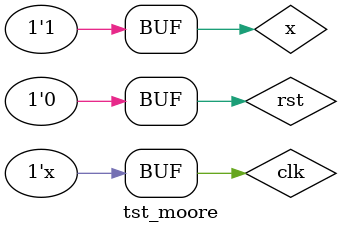
<source format=v>
module tst_moore;

	reg x, rst, clk;
	wire z;
	
	parity_det_moore pd (x, rst, clk, z);
	
	initial	begin
		clk = 0;
		x = 0;
		#10 x = 1;
		#20 x = 0;
		#20 x = 1;
		#20 x = 0;
		#20 x = 1;
	end

	initial	begin
		rst = 1;
		#10 rst = 0;	
	end			
	
	always 
		#10 clk = ~clk;	
		
endmodule



</source>
